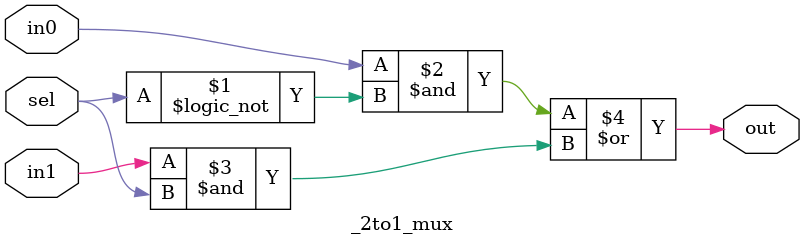
<source format=v>
`timescale 1ns / 1ps

module _2to1_mux(in0, in1, sel, out);

input sel;

output reg out;
input in0;
input in1;

assign out = (in0 & !sel) | (in1 &sel);

endmodule
</source>
